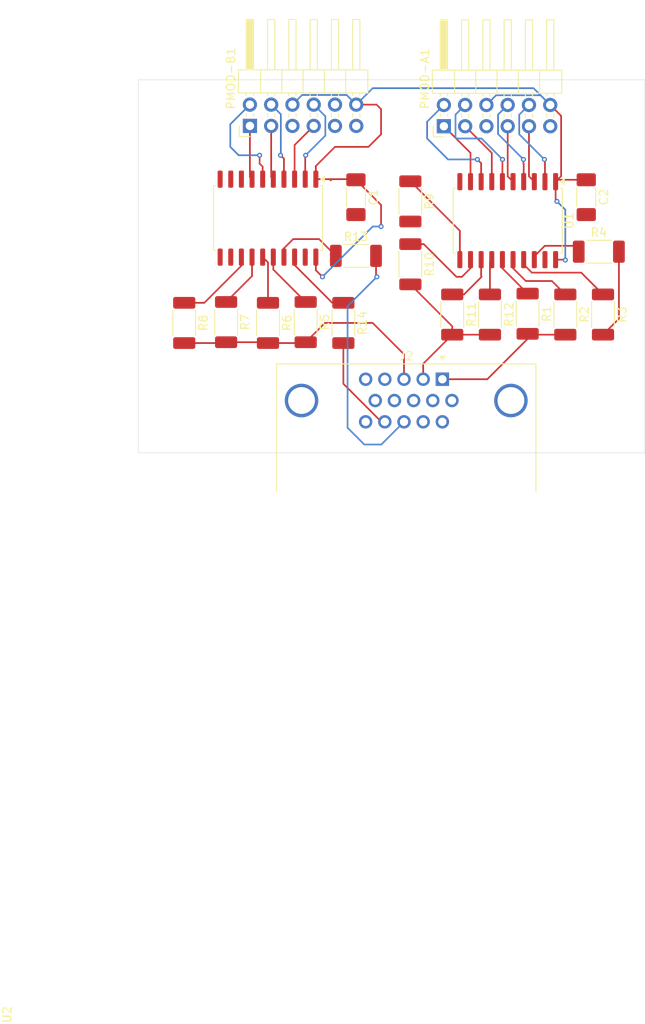
<source format=kicad_pcb>
(kicad_pcb (version 20241229) (generator "pcbnew") (generator_version "9.0")
  (layers (0 "F.Cu" signal) (2 "B.Cu" signal) (13 "F.Paste" user) (15 "B.Paste" user) (5 "F.SilkS" user "F.Silkscreen") (7 "B.SilkS" user "B.Silkscreen") (1 "F.Mask" user) (3 "B.Mask" user) (25 "Edge.Cuts" user))
  (net 0 "")
  (net 1 "VCC33")
  (net 2 "GND")
  (net 3 "AnalogR")
  (net 4 "Net-(J2-Pad13)")
  (net 8 "Net-(J2-Pad14)")
  (net 9 "AnalogB")
  (net 11 "AnalogG")
  (net 13 "R2")
  (net 14 "G1")
  (net 15 "G3")
  (net 16 "R3")
  (net 17 "R1")
  (net 18 "G2")
  (net 19 "R0")
  (net 20 "G0")
  (net 21 "B2")
  (net 22 "B1")
  (net 23 "B3")
  (net 24 "HSync")
  (net 25 "B0")
  (net 28 "VSync")
  (net 29 "Rb3")
  (net 30 "Rb2")
  (net 31 "Rb1")
  (net 32 "Rb0")
  (net 33 "Bb3")
  (net 34 "Bb2")
  (net 35 "Bb1")
  (net 36 "Bb0")
  (net 37 "Gb3")
  (net 38 "Gb2")
  (net 39 "Gb1")
  (net 40 "Gb0")
  (net 41 "HSyncb")
  (net 42 "VSyncb")
  (footprint "Package_SO:SOIC-20W_7.5x12.8mm_P1.27mm" (layer "F.Cu") (at 113 68.5 -90)
    (property "Reference" "U2" (at 95 31.15 90) (layer "F.SilkS"))
    (property "Value" "SN74LVC245APW")
    (fp_line (start -3.86 6.51) (end -3.86 6.275) (stroke (width 0.12)) (layer "F.SilkS"))
    (fp_line (start 3.86 6.51) (end -3.86 6.51) (stroke (width 0.12)) (layer "F.SilkS"))
    (fp_line (start 3.86 6.275) (end 3.86 6.51) (stroke (width 0.12)) (layer "F.SilkS"))
    (fp_line (start -3.86 -6.275) (end -3.86 -6.51) (stroke (width 0.12)) (layer "F.SilkS"))
    (fp_line (start -3.86 -6.51) (end 3.86 -6.51) (stroke (width 0.12)) (layer "F.SilkS"))
    (fp_line (start 3.86 -6.51) (end 3.86 -6.275) (stroke (width 0.12)) (layer "F.SilkS"))
    (fp_poly (pts (xy -4.65 -6.28) (xy -4.99 -6.75) (xy -4.31 -6.75)) (stroke (width 0.12)) (fill yes) (layer "F.SilkS"))
    (pad "1" smd roundrect (at -4.65 -5.715 270) (size 2.05 0.6) (layers "F.Cu" "F.Mask" "F.Paste") (net 1 "VCC33"))
    (pad "2" smd roundrect (at -4.65 -4.445 270) (size 2.05 0.6) (layers "F.Cu" "F.Mask" "F.Paste") (net 28 "VSync"))
    (pad "3" smd roundrect (at -4.65 -3.175 270) (size 2.05 0.6) (layers "F.Cu" "F.Mask" "F.Paste") (net 24 "HSync"))
    (pad "4" smd roundrect (at -4.65 -1.905 270) (size 2.05 0.6) (layers "F.Cu" "F.Mask" "F.Paste") (net 23 "B3"))
    (pad "5" smd roundrect (at -4.65 -0.635 270) (size 2.05 0.6) (layers "F.Cu" "F.Mask" "F.Paste") (net 21 "B2"))
    (pad "6" smd roundrect (at -4.65 0.635 270) (size 2.05 0.6) (layers "F.Cu" "F.Mask" "F.Paste") (net 22 "B1"))
    (pad "7" smd roundrect (at -4.65 1.905 270) (size 2.05 0.6) (layers "F.Cu" "F.Mask" "F.Paste") (net 25 "B0"))
    (pad "8" smd roundrect (at -4.65 3.175 270) (size 2.05 0.6) (layers "F.Cu" "F.Mask" "F.Paste") (net 2 "GND"))
    (pad "9" smd roundrect (at -4.65 4.445 270) (size 2.05 0.6) (layers "F.Cu" "F.Mask" "F.Paste") (net 2 "GND"))
    (pad "10" smd roundrect (at -4.65 5.715 270) (size 2.05 0.6) (layers "F.Cu" "F.Mask" "F.Paste") (net 2 "GND"))
    (pad "11" smd roundrect (at 4.65 5.715 270) (size 2.05 0.6) (layers "F.Cu" "F.Mask" "F.Paste"))
    (pad "12" smd roundrect (at 4.65 4.445 270) (size 2.05 0.6) (layers "F.Cu" "F.Mask" "F.Paste"))
    (pad "13" smd roundrect (at 4.65 3.175 270) (size 2.05 0.6) (layers "F.Cu" "F.Mask" "F.Paste") (net 36 "Bb0"))
    (pad "14" smd roundrect (at 4.65 1.905 270) (size 2.05 0.6) (layers "F.Cu" "F.Mask" "F.Paste") (net 35 "Bb1"))
    (pad "15" smd roundrect (at 4.65 0.635 270) (size 2.05 0.6) (layers "F.Cu" "F.Mask" "F.Paste") (net 34 "Bb2"))
    (pad "16" smd roundrect (at 4.65 -0.635 270) (size 2.05 0.6) (layers "F.Cu" "F.Mask" "F.Paste") (net 33 "Bb3"))
    (pad "17" smd roundrect (at 4.65 -1.905 270) (size 2.05 0.6) (layers "F.Cu" "F.Mask" "F.Paste") (net 41 "HSyncb"))
    (pad "18" smd roundrect (at 4.65 -3.175 270) (size 2.05 0.6) (layers "F.Cu" "F.Mask" "F.Paste") (net 42 "VSyncb"))
    (pad "19" smd roundrect (at 4.65 -4.445 270) (size 2.05 0.6) (layers "F.Cu" "F.Mask" "F.Paste") (net 2 "GND"))
    (pad "20" smd roundrect (at 4.65 -5.715 270) (size 2.05 0.6) (layers "F.Cu" "F.Mask" "F.Paste") (net 1 "VCC33"))
  )
  (footprint "Resistor_SMD:R_2010_5025Metric_Pad1.40x2.65mm_HandSolder" (layer "F.Cu") (at 144 79.9 -90)
    (property "Reference" "R1" (at 0 -2.28 270) (layer "F.SilkS"))
    (property "Value" "499")
    (fp_line (start -1.527064 1.36) (end 1.527064 1.36) (stroke (width 0.12)) (layer "F.SilkS"))
    (fp_line (start -1.527064 -1.36) (end 1.527064 -1.36) (stroke (width 0.12)) (layer "F.SilkS"))
    (pad "1" smd roundrect (at -2.4 0 270) (size 1.4 2.65) (layers "F.Cu" "F.Mask" "F.Paste") (roundrect_rratio 0.178571) (net 29 "Rb3"))
    (pad "2" smd roundrect (at 2.4 0 270) (size 1.4 2.65) (layers "F.Cu" "F.Mask" "F.Paste") (roundrect_rratio 0.178571) (net 3 "AnalogR"))
  )
  (footprint "Resistor_SMD:R_2010_5025Metric_Pad1.40x2.65mm_HandSolder" (layer "F.Cu") (at 135 80 -90)
    (property "Reference" "R11" (at 0 -2.28 90) (layer "F.SilkS"))
    (property "Value" "2k")
    (fp_line (start -1.527064 1.36) (end 1.527064 1.36) (stroke (width 0.12)) (layer "F.SilkS"))
    (fp_line (start -1.527064 -1.36) (end 1.527064 -1.36) (stroke (width 0.12)) (layer "F.SilkS"))
    (pad "1" smd roundrect (at -2.4 0 270) (size 1.4 2.65) (layers "F.Cu" "F.Mask" "F.Paste") (roundrect_rratio 0.178571) (net 39 "Gb1"))
    (pad "2" smd roundrect (at 2.4 0 270) (size 1.4 2.65) (layers "F.Cu" "F.Mask" "F.Paste") (roundrect_rratio 0.178571) (net 11 "AnalogG"))
  )
  (footprint "Resistor_SMD:R_2010_5025Metric_Pad1.40x2.65mm_HandSolder" (layer "F.Cu") (at 152.5 72.5)
    (property "Reference" "R4" (at 0 -2.28 0) (layer "F.SilkS"))
    (property "Value" "4.02k")
    (fp_line (start -1.527064 -1.36) (end 1.527064 -1.36) (stroke (width 0.12)) (layer "F.SilkS"))
    (fp_line (start -1.527064 1.36) (end 1.527064 1.36) (stroke (width 0.12)) (layer "F.SilkS"))
    (pad "1" smd roundrect (at -2.4 0) (size 1.4 2.65) (layers "F.Cu" "F.Mask" "F.Paste") (roundrect_rratio 0.178571) (net 32 "Rb0"))
    (pad "2" smd roundrect (at 2.4 0) (size 1.4 2.65) (layers "F.Cu" "F.Mask" "F.Paste") (roundrect_rratio 0.178571) (net 3 "AnalogR"))
  )
  (footprint "Connector_PinHeader_2.54mm:PinHeader_2x06_P2.54mm_Horizontal" (layer "F.Cu") (at 110.84 57.5 90)
    (property "Reference" "PMOD-B1" (at 5.655 -2.27 90) (layer "F.SilkS"))
    (property "Value" "Conn_02x06_Top_Bottom")
    (fp_line (start 6.69 -1.38) (end 3.93 -1.38) (stroke (width 0.12)) (layer "F.SilkS"))
    (fp_line (start 3.93 -1.38) (end 3.93 14.08) (stroke (width 0.12)) (layer "F.SilkS"))
    (fp_line (start -1.27 -1.27) (end 0 -1.27) (stroke (width 0.12)) (layer "F.SilkS"))
    (fp_line (start 3.617358 -0.43) (end 3.93 -0.43) (stroke (width 0.12)) (layer "F.SilkS"))
    (fp_line (start 1.16 -0.43) (end 1.462642 -0.43) (stroke (width 0.12)) (layer "F.SilkS"))
    (fp_line (start -1.27 0) (end -1.27 -1.27) (stroke (width 0.12)) (layer "F.SilkS"))
    (fp_line (start 3.617358 0.43) (end 3.93 0.43) (stroke (width 0.12)) (layer "F.SilkS"))
    (fp_line (start 1.16 0.43) (end 1.462642 0.43) (stroke (width 0.12)) (layer "F.SilkS"))
    (fp_line (start 3.93 1.27) (end 6.69 1.27) (stroke (width 0.12)) (layer "F.SilkS"))
    (fp_line (start 12.69 2.11) (end 12.69 2.97) (stroke (width 0.12)) (layer "F.SilkS"))
    (fp_line (start 6.69 2.11) (end 12.69 2.11) (stroke (width 0.12)) (layer "F.SilkS"))
    (fp_line (start 3.617358 2.11) (end 3.93 2.11) (stroke (width 0.12)) (layer "F.SilkS"))
    (fp_line (start 1.077358 2.11) (end 1.462642 2.11) (stroke (width 0.12)) (layer "F.SilkS"))
    (fp_line (start 12.69 2.97) (end 6.69 2.97) (stroke (width 0.12)) (layer "F.SilkS"))
    (fp_line (start 3.617358 2.97) (end 3.93 2.97) (stroke (width 0.12)) (layer "F.SilkS"))
    (fp_line (start 1.077358 2.97) (end 1.462642 2.97) (stroke (width 0.12)) (layer "F.SilkS"))
    (fp_line (start 3.93 3.81) (end 6.69 3.81) (stroke (width 0.12)) (layer "F.SilkS"))
    (fp_line (start 12.69 4.65) (end 12.69 5.51) (stroke (width 0.12)) (layer "F.SilkS"))
    (fp_line (start 6.69 4.65) (end 12.69 4.65) (stroke (width 0.12)) (layer "F.SilkS"))
    (fp_line (start 3.617358 4.65) (end 3.93 4.65) (stroke (width 0.12)) (layer "F.SilkS"))
    (fp_line (start 1.077358 4.65) (end 1.462642 4.65) (stroke (width 0.12)) (layer "F.SilkS"))
    (fp_line (start 12.69 5.51) (end 6.69 5.51) (stroke (width 0.12)) (layer "F.SilkS"))
    (fp_line (start 3.617358 5.51) (end 3.93 5.51) (stroke (width 0.12)) (layer "F.SilkS"))
    (fp_line (start 1.077358 5.51) (end 1.462642 5.51) (stroke (width 0.12)) (layer "F.SilkS"))
    (fp_line (start 3.93 6.35) (end 6.69 6.35) (stroke (width 0.12)) (layer "F.SilkS"))
    (fp_line (start 12.69 7.19) (end 12.69 8.05) (stroke (width 0.12)) (layer "F.SilkS"))
    (fp_line (start 6.69 7.19) (end 12.69 7.19) (stroke (width 0.12)) (layer "F.SilkS"))
    (fp_line (start 3.617358 7.19) (end 3.93 7.19) (stroke (width 0.12)) (layer "F.SilkS"))
    (fp_line (start 1.077358 7.19) (end 1.462642 7.19) (stroke (width 0.12)) (layer "F.SilkS"))
    (fp_line (start 12.69 8.05) (end 6.69 8.05) (stroke (width 0.12)) (layer "F.SilkS"))
    (fp_line (start 3.617358 8.05) (end 3.93 8.05) (stroke (width 0.12)) (layer "F.SilkS"))
    (fp_line (start 1.077358 8.05) (end 1.462642 8.05) (stroke (width 0.12)) (layer "F.SilkS"))
    (fp_line (start 3.93 8.89) (end 6.69 8.89) (stroke (width 0.12)) (layer "F.SilkS"))
    (fp_line (start 12.69 9.73) (end 12.69 10.59) (stroke (width 0.12)) (layer "F.SilkS"))
    (fp_line (start 6.69 9.73) (end 12.69 9.73) (stroke (width 0.12)) (layer "F.SilkS"))
    (fp_line (start 3.617358 9.73) (end 3.93 9.73) (stroke (width 0.12)) (layer "F.SilkS"))
    (fp_line (start 1.077358 9.73) (end 1.462642 9.73) (stroke (width 0.12)) (layer "F.SilkS"))
    (fp_line (start 12.69 10.59) (end 6.69 10.59) (stroke (width 0.12)) (layer "F.SilkS"))
    (fp_line (start 3.617358 10.59) (end 3.93 10.59) (stroke (width 0.12)) (layer "F.SilkS"))
    (fp_line (start 1.077358 10.59) (end 1.462642 10.59) (stroke (width 0.12)) (layer "F.SilkS"))
    (fp_line (start 3.93 11.43) (end 6.69 11.43) (stroke (width 0.12)) (layer "F.SilkS"))
    (fp_line (start 12.69 12.27) (end 12.69 13.13) (stroke (width 0.12)) (layer "F.SilkS"))
    (fp_line (start 6.69 12.27) (end 12.69 12.27) (stroke (width 0.12)) (layer "F.SilkS"))
    (fp_line (start 3.617358 12.27) (end 3.93 12.27) (stroke (width 0.12)) (layer "F.SilkS"))
    (fp_line (start 1.077358 12.27) (end 1.462642 12.27) (stroke (width 0.12)) (layer "F.SilkS"))
    (fp_line (start 12.69 13.13) (end 6.69 13.13) (stroke (width 0.12)) (layer "F.SilkS"))
    (fp_line (start 3.617358 13.13) (end 3.93 13.13) (stroke (width 0.12)) (layer "F.SilkS"))
    (fp_line (start 1.077358 13.13) (end 1.462642 13.13) (stroke (width 0.12)) (layer "F.SilkS"))
    (fp_line (start 6.69 14.08) (end 6.69 -1.38) (stroke (width 0.12)) (layer "F.SilkS"))
    (fp_line (start 3.93 14.08) (end 6.69 14.08) (stroke (width 0.12)) (layer "F.SilkS"))
    (fp_rect (start 6.69 -0.43) (end 12.69 0.43) (stroke (width 0.12)) (fill yes) (layer "F.SilkS"))
    (pad "1" thru_hole rect (at 0 0 90) (size 1.7 1.7) (drill 1) (layers "*.Cu" "*.Mask") (net 25 "B0"))
    (pad "2" thru_hole circle (at 2.54 0 90) (size 1.7 1.7) (drill 1) (layers "*.Cu" "*.Mask") (net 22 "B1"))
    (pad "3" thru_hole circle (at 0 2.54 90) (size 1.7 1.7) (drill 1) (layers "*.Cu" "*.Mask") (net 21 "B2"))
    (pad "4" thru_hole circle (at 2.54 2.54 90) (size 1.7 1.7) (drill 1) (layers "*.Cu" "*.Mask") (net 23 "B3"))
    (pad "5" thru_hole circle (at 0 5.08 90) (size 1.7 1.7) (drill 1) (layers "*.Cu" "*.Mask") (net 2 "GND"))
    (pad "6" thru_hole circle (at 2.54 5.08 90) (size 1.7 1.7) (drill 1) (layers "*.Cu" "*.Mask") (net 1 "VCC33"))
    (pad "7" thru_hole circle (at 0 7.62 90) (size 1.7 1.7) (drill 1) (layers "*.Cu" "*.Mask") (net 24 "HSync"))
    (pad "8" thru_hole circle (at 2.54 7.62 90) (size 1.7 1.7) (drill 1) (layers "*.Cu" "*.Mask") (net 28 "VSync"))
    (pad "9" thru_hole circle (at 0 10.16 90) (size 1.7 1.7) (drill 1) (layers "*.Cu" "*.Mask"))
    (pad "10" thru_hole circle (at 2.54 10.16 90) (size 1.7 1.7) (drill 1) (layers "*.Cu" "*.Mask"))
    (pad "11" thru_hole circle (at 0 12.7 90) (size 1.7 1.7) (drill 1) (layers "*.Cu" "*.Mask") (net 2 "GND"))
    (pad "12" thru_hole circle (at 2.54 12.7 90) (size 1.7 1.7) (drill 1) (layers "*.Cu" "*.Mask") (net 1 "VCC33"))
  )
  (footprint "Resistor_SMD:R_2010_5025Metric_Pad1.40x2.65mm_HandSolder" (layer "F.Cu") (at 130 74 -90)
    (property "Reference" "R10" (at 0 -2.28 90) (layer "F.SilkS"))
    (property "Value" "1k")
    (fp_line (start -1.527064 1.36) (end 1.527064 1.36) (stroke (width 0.12)) (layer "F.SilkS"))
    (fp_line (start -1.527064 -1.36) (end 1.527064 -1.36) (stroke (width 0.12)) (layer "F.SilkS"))
    (pad "1" smd roundrect (at -2.4 0 270) (size 1.4 2.65) (layers "F.Cu" "F.Mask" "F.Paste") (roundrect_rratio 0.178571) (net 38 "Gb2"))
    (pad "2" smd roundrect (at 2.4 0 270) (size 1.4 2.65) (layers "F.Cu" "F.Mask" "F.Paste") (roundrect_rratio 0.178571) (net 11 "AnalogG"))
  )
  (footprint "Package_SO:SOIC-20W_7.5x12.8mm_P1.27mm" (layer "F.Cu") (at 141.625 68.8 -90)
    (property "Reference" "U1" (at 0 -7.35 90) (layer "F.SilkS"))
    (property "Value" "SN74LVC245APW")
    (fp_line (start -3.86 6.51) (end -3.86 6.275) (stroke (width 0.12)) (layer "F.SilkS"))
    (fp_line (start 3.86 6.51) (end -3.86 6.51) (stroke (width 0.12)) (layer "F.SilkS"))
    (fp_line (start 3.86 6.275) (end 3.86 6.51) (stroke (width 0.12)) (layer "F.SilkS"))
    (fp_line (start -3.86 -6.275) (end -3.86 -6.51) (stroke (width 0.12)) (layer "F.SilkS"))
    (fp_line (start -3.86 -6.51) (end 3.86 -6.51) (stroke (width 0.12)) (layer "F.SilkS"))
    (fp_line (start 3.86 -6.51) (end 3.86 -6.275) (stroke (width 0.12)) (layer "F.SilkS"))
    (fp_poly (pts (xy -4.65 -6.28) (xy -4.99 -6.75) (xy -4.31 -6.75)) (stroke (width 0.12)) (fill yes) (layer "F.SilkS"))
    (pad "1" smd roundrect (at -4.65 -5.715 270) (size 2.05 0.6) (layers "F.Cu" "F.Mask" "F.Paste") (net 1 "VCC33"))
    (pad "2" smd roundrect (at -4.65 -4.445 270) (size 2.05 0.6) (layers "F.Cu" "F.Mask" "F.Paste") (net 15 "G3"))
    (pad "3" smd roundrect (at -4.65 -3.175 270) (size 2.05 0.6) (layers "F.Cu" "F.Mask" "F.Paste") (net 18 "G2"))
    (pad "4" smd roundrect (at -4.65 -1.905 270) (size 2.05 0.6) (layers "F.Cu" "F.Mask" "F.Paste") (net 14 "G1"))
    (pad "5" smd roundrect (at -4.65 -0.635 270) (size 2.05 0.6) (layers "F.Cu" "F.Mask" "F.Paste") (net 20 "G0"))
    (pad "6" smd roundrect (at -4.65 0.635 270) (size 2.05 0.6) (layers "F.Cu" "F.Mask" "F.Paste") (net 16 "R3"))
    (pad "7" smd roundrect (at -4.65 1.905 270) (size 2.05 0.6) (layers "F.Cu" "F.Mask" "F.Paste") (net 13 "R2"))
    (pad "8" smd roundrect (at -4.65 3.175 270) (size 2.05 0.6) (layers "F.Cu" "F.Mask" "F.Paste") (net 17 "R1"))
    (pad "9" smd roundrect (at -4.65 4.445 270) (size 2.05 0.6) (layers "F.Cu" "F.Mask" "F.Paste") (net 19 "R0"))
    (pad "10" smd roundrect (at -4.65 5.715 270) (size 2.05 0.6) (layers "F.Cu" "F.Mask" "F.Paste") (net 2 "GND"))
    (pad "11" smd roundrect (at 4.65 5.715 270) (size 2.05 0.6) (layers "F.Cu" "F.Mask" "F.Paste") (net 37 "Gb3"))
    (pad "12" smd roundrect (at 4.65 4.445 270) (size 2.05 0.6) (layers "F.Cu" "F.Mask" "F.Paste") (net 38 "Gb2"))
    (pad "13" smd roundrect (at 4.65 3.175 270) (size 2.05 0.6) (layers "F.Cu" "F.Mask" "F.Paste") (net 39 "Gb1"))
    (pad "14" smd roundrect (at 4.65 1.905 270) (size 2.05 0.6) (layers "F.Cu" "F.Mask" "F.Paste") (net 40 "Gb0"))
    (pad "15" smd roundrect (at 4.65 0.635 270) (size 2.05 0.6) (layers "F.Cu" "F.Mask" "F.Paste") (net 29 "Rb3"))
    (pad "16" smd roundrect (at 4.65 -0.635 270) (size 2.05 0.6) (layers "F.Cu" "F.Mask" "F.Paste") (net 30 "Rb2"))
    (pad "17" smd roundrect (at 4.65 -1.905 270) (size 2.05 0.6) (layers "F.Cu" "F.Mask" "F.Paste") (net 31 "Rb1"))
    (pad "18" smd roundrect (at 4.65 -3.175 270) (size 2.05 0.6) (layers "F.Cu" "F.Mask" "F.Paste") (net 32 "Rb0"))
    (pad "19" smd roundrect (at 4.65 -4.445 270) (size 2.05 0.6) (layers "F.Cu" "F.Mask" "F.Paste") (net 2 "GND"))
    (pad "20" smd roundrect (at 4.65 -5.715 270) (size 2.05 0.6) (layers "F.Cu" "F.Mask" "F.Paste") (net 1 "VCC33"))
  )
  (footprint "Resistor_SMD:R_2010_5025Metric_Pad1.40x2.65mm_HandSolder" (layer "F.Cu") (at 139.5 80 -90)
    (property "Reference" "R12" (at 0 -2.28 90) (layer "F.SilkS"))
    (property "Value" "4.02k")
    (fp_line (start -1.527064 1.36) (end 1.527064 1.36) (stroke (width 0.12)) (layer "F.SilkS"))
    (fp_line (start -1.527064 -1.36) (end 1.527064 -1.36) (stroke (width 0.12)) (layer "F.SilkS"))
    (pad "1" smd roundrect (at -2.4 0 270) (size 1.4 2.65) (layers "F.Cu" "F.Mask" "F.Paste") (roundrect_rratio 0.178571) (net 40 "Gb0"))
    (pad "2" smd roundrect (at 2.4 0 270) (size 1.4 2.65) (layers "F.Cu" "F.Mask" "F.Paste") (roundrect_rratio 0.178571) (net 11 "AnalogG"))
  )
  (footprint "Resistor_SMD:R_2010_5025Metric_Pad1.40x2.65mm_HandSolder" (layer "F.Cu") (at 117.5 80.9 -90)
    (property "Reference" "R5" (at 0 -2.28 90) (layer "F.SilkS"))
    (property "Value" "499")
    (fp_line (start -1.527064 1.36) (end 1.527064 1.36) (stroke (width 0.12)) (layer "F.SilkS"))
    (fp_line (start -1.527064 -1.36) (end 1.527064 -1.36) (stroke (width 0.12)) (layer "F.SilkS"))
    (pad "1" smd roundrect (at -2.4 0 270) (size 1.4 2.65) (layers "F.Cu" "F.Mask" "F.Paste") (roundrect_rratio 0.178571) (net 33 "Bb3"))
    (pad "2" smd roundrect (at 2.4 0 270) (size 1.4 2.65) (layers "F.Cu" "F.Mask" "F.Paste") (roundrect_rratio 0.178571) (net 9 "AnalogB"))
  )
  (footprint "Resistor_SMD:R_2010_5025Metric_Pad1.40x2.65mm_HandSolder" (layer "F.Cu") (at 113 81 -90)
    (property "Reference" "R6" (at 0 -2.28 90) (layer "F.SilkS"))
    (property "Value" "1k")
    (fp_line (start -1.527064 1.36) (end 1.527064 1.36) (stroke (width 0.12)) (layer "F.SilkS"))
    (fp_line (start -1.527064 -1.36) (end 1.527064 -1.36) (stroke (width 0.12)) (layer "F.SilkS"))
    (pad "1" smd roundrect (at -2.4 0 270) (size 1.4 2.65) (layers "F.Cu" "F.Mask" "F.Paste") (roundrect_rratio 0.178571) (net 34 "Bb2"))
    (pad "2" smd roundrect (at 2.4 0 270) (size 1.4 2.65) (layers "F.Cu" "F.Mask" "F.Paste") (roundrect_rratio 0.178571) (net 9 "AnalogB"))
  )
  (footprint "Capacitor_SMD:C_1808_4520Metric" (layer "F.Cu") (at 151 66 -90)
    (property "Reference" "C2" (at 0 -2.1 90) (layer "F.SilkS"))
    (property "Value" "0.1u")
    (fp_line (start -1.097369 1.135) (end 1.097369 1.135) (stroke (width 0.12)) (layer "F.SilkS"))
    (fp_line (start -1.097369 -1.135) (end 1.097369 -1.135) (stroke (width 0.12)) (layer "F.SilkS"))
    (pad "1" smd roundrect (at -2.075 0 270) (size 1.55 2.3) (layers "F.Cu" "F.Mask" "F.Paste") (roundrect_rratio 0.16129) (net 1 "VCC33"))
    (pad "2" smd roundrect (at 2.075 0 270) (size 1.55 2.3) (layers "F.Cu" "F.Mask" "F.Paste") (roundrect_rratio 0.16129) (net 2 "GND"))
  )
  (footprint "Resistor_SMD:R_2010_5025Metric_Pad1.40x2.65mm_HandSolder" (layer "F.Cu") (at 103 81 -90)
    (property "Reference" "R8" (at 0 -2.28 90) (layer "F.SilkS"))
    (property "Value" "4.02k")
    (fp_line (start -1.527064 1.36) (end 1.527064 1.36) (stroke (width 0.12)) (layer "F.SilkS"))
    (fp_line (start -1.527064 -1.36) (end 1.527064 -1.36) (stroke (width 0.12)) (layer "F.SilkS"))
    (pad "1" smd roundrect (at -2.4 0 270) (size 1.4 2.65) (layers "F.Cu" "F.Mask" "F.Paste") (roundrect_rratio 0.178571) (net 36 "Bb0"))
    (pad "2" smd roundrect (at 2.4 0 270) (size 1.4 2.65) (layers "F.Cu" "F.Mask" "F.Paste") (roundrect_rratio 0.178571) (net 9 "AnalogB"))
  )
  (footprint "Resistor_SMD:R_2010_5025Metric_Pad1.40x2.65mm_HandSolder" (layer "F.Cu") (at 153 80 -90)
    (property "Reference" "R3" (at 0 -2.28 90) (layer "F.SilkS"))
    (property "Value" "2k")
    (fp_line (start -1.527064 1.36) (end 1.527064 1.36) (stroke (width 0.12)) (layer "F.SilkS"))
    (fp_line (start -1.527064 -1.36) (end 1.527064 -1.36) (stroke (width 0.12)) (layer "F.SilkS"))
    (pad "1" smd roundrect (at -2.4 0 270) (size 1.4 2.65) (layers "F.Cu" "F.Mask" "F.Paste") (roundrect_rratio 0.178571) (net 31 "Rb1"))
    (pad "2" smd roundrect (at 2.4 0 270) (size 1.4 2.65) (layers "F.Cu" "F.Mask" "F.Paste") (roundrect_rratio 0.178571) (net 3 "AnalogR"))
  )
  (footprint "Resistor_SMD:R_2010_5025Metric_Pad1.40x2.65mm_HandSolder" (layer "F.Cu") (at 108 80.9 -90)
    (property "Reference" "R7" (at 0 -2.28 90) (layer "F.SilkS"))
    (property "Value" "2k")
    (fp_line (start -1.527064 1.36) (end 1.527064 1.36) (stroke (width 0.12)) (layer "F.SilkS"))
    (fp_line (start -1.527064 -1.36) (end 1.527064 -1.36) (stroke (width 0.12)) (layer "F.SilkS"))
    (pad "1" smd roundrect (at -2.4 0 270) (size 1.4 2.65) (layers "F.Cu" "F.Mask" "F.Paste") (roundrect_rratio 0.178571) (net 35 "Bb1"))
    (pad "2" smd roundrect (at 2.4 0 270) (size 1.4 2.65) (layers "F.Cu" "F.Mask" "F.Paste") (roundrect_rratio 0.178571) (net 9 "AnalogB"))
  )
  (footprint "Resistor_SMD:R_2010_5025Metric_Pad1.40x2.65mm_HandSolder" (layer "F.Cu") (at 122 81 -90)
    (property "Reference" "R14" (at 0 -2.28 90) (layer "F.SilkS"))
    (property "Value" "51")
    (fp_line (start -1.527064 1.36) (end 1.527064 1.36) (stroke (width 0.12)) (layer "F.SilkS"))
    (fp_line (start -1.527064 -1.36) (end 1.527064 -1.36) (stroke (width 0.12)) (layer "F.SilkS"))
    (pad "1" smd roundrect (at -2.4 0 270) (size 1.4 2.65) (layers "F.Cu" "F.Mask" "F.Paste") (roundrect_rratio 0.178571) (net 42 "VSyncb"))
    (pad "2" smd roundrect (at 2.4 0 270) (size 1.4 2.65) (layers "F.Cu" "F.Mask" "F.Paste") (roundrect_rratio 0.178571) (net 8 "Net-(J2-Pad14)"))
  )
  (footprint "Capacitor_SMD:C_1808_4520Metric" (layer "F.Cu") (at 123.5 66 -90)
    (property "Reference" "C1" (at 0 -2.1 90) (layer "F.SilkS"))
    (property "Value" "0.1u")
    (fp_line (start -1.097369 1.135) (end 1.097369 1.135) (stroke (width 0.12)) (layer "F.SilkS"))
    (fp_line (start -1.097369 -1.135) (end 1.097369 -1.135) (stroke (width 0.12)) (layer "F.SilkS"))
    (pad "1" smd roundrect (at -2.075 0 270) (size 1.55 2.3) (layers "F.Cu" "F.Mask" "F.Paste") (roundrect_rratio 0.16129) (net 1 "VCC33"))
    (pad "2" smd roundrect (at 2.075 0 270) (size 1.55 2.3) (layers "F.Cu" "F.Mask" "F.Paste") (roundrect_rratio 0.16129) (net 2 "GND"))
  )
  (footprint "Resistor_SMD:R_2010_5025Metric_Pad1.40x2.65mm_HandSolder" (layer "F.Cu") (at 123.5 73)
    (property "Reference" "R13" (at 0 -2.28 0) (layer "F.SilkS"))
    (property "Value" "51")
    (fp_line (start -1.527064 -1.36) (end 1.527064 -1.36) (stroke (width 0.12)) (layer "F.SilkS"))
    (fp_line (start -1.527064 1.36) (end 1.527064 1.36) (stroke (width 0.12)) (layer "F.SilkS"))
    (pad "1" smd roundrect (at -2.4 0) (size 1.4 2.65) (layers "F.Cu" "F.Mask" "F.Paste") (roundrect_rratio 0.178571) (net 41 "HSyncb"))
    (pad "2" smd roundrect (at 2.4 0) (size 1.4 2.65) (layers "F.Cu" "F.Mask" "F.Paste") (roundrect_rratio 0.178571) (net 4 "Net-(J2-Pad13)"))
  )
  (footprint "Connector_PinHeader_2.54mm:PinHeader_2x06_P2.54mm_Horizontal" (layer "F.Cu") (at 134 57.54 90)
    (property "Reference" "PMOD-A1" (at 5.655 -2.27 90) (layer "F.SilkS"))
    (property "Value" "Conn_02x06_Top_Bottom")
    (fp_line (start 6.69 -1.38) (end 3.93 -1.38) (stroke (width 0.12)) (layer "F.SilkS"))
    (fp_line (start 3.93 -1.38) (end 3.93 14.08) (stroke (width 0.12)) (layer "F.SilkS"))
    (fp_line (start -1.27 -1.27) (end 0 -1.27) (stroke (width 0.12)) (layer "F.SilkS"))
    (fp_line (start 3.617358 -0.43) (end 3.93 -0.43) (stroke (width 0.12)) (layer "F.SilkS"))
    (fp_line (start 1.16 -0.43) (end 1.462642 -0.43) (stroke (width 0.12)) (layer "F.SilkS"))
    (fp_line (start -1.27 0) (end -1.27 -1.27) (stroke (width 0.12)) (layer "F.SilkS"))
    (fp_line (start 3.617358 0.43) (end 3.93 0.43) (stroke (width 0.12)) (layer "F.SilkS"))
    (fp_line (start 1.16 0.43) (end 1.462642 0.43) (stroke (width 0.12)) (layer "F.SilkS"))
    (fp_line (start 3.93 1.27) (end 6.69 1.27) (stroke (width 0.12)) (layer "F.SilkS"))
    (fp_line (start 12.69 2.11) (end 12.69 2.97) (stroke (width 0.12)) (layer "F.SilkS"))
    (fp_line (start 6.69 2.11) (end 12.69 2.11) (stroke (width 0.12)) (layer "F.SilkS"))
    (fp_line (start 3.617358 2.11) (end 3.93 2.11) (stroke (width 0.12)) (layer "F.SilkS"))
    (fp_line (start 1.077358 2.11) (end 1.462642 2.11) (stroke (width 0.12)) (layer "F.SilkS"))
    (fp_line (start 12.69 2.97) (end 6.69 2.97) (stroke (width 0.12)) (layer "F.SilkS"))
    (fp_line (start 3.617358 2.97) (end 3.93 2.97) (stroke (width 0.12)) (layer "F.SilkS"))
    (fp_line (start 1.077358 2.97) (end 1.462642 2.97) (stroke (width 0.12)) (layer "F.SilkS"))
    (fp_line (start 3.93 3.81) (end 6.69 3.81) (stroke (width 0.12)) (layer "F.SilkS"))
    (fp_line (start 12.69 4.65) (end 12.69 5.51) (stroke (width 0.12)) (layer "F.SilkS"))
    (fp_line (start 6.69 4.65) (end 12.69 4.65) (stroke (width 0.12)) (layer "F.SilkS"))
    (fp_line (start 3.617358 4.65) (end 3.93 4.65) (stroke (width 0.12)) (layer "F.SilkS"))
    (fp_line (start 1.077358 4.65) (end 1.462642 4.65) (stroke (width 0.12)) (layer "F.SilkS"))
    (fp_line (start 12.69 5.51) (end 6.69 5.51) (stroke (width 0.12)) (layer "F.SilkS"))
    (fp_line (start 3.617358 5.51) (end 3.93 5.51) (stroke (width 0.12)) (layer "F.SilkS"))
    (fp_line (start 1.077358 5.51) (end 1.462642 5.51) (stroke (width 0.12)) (layer "F.SilkS"))
    (fp_line (start 3.93 6.35) (end 6.69 6.35) (stroke (width 0.12)) (layer "F.SilkS"))
    (fp_line (start 12.69 7.19) (end 12.69 8.05) (stroke (width 0.12)) (layer "F.SilkS"))
    (fp_line (start 6.69 7.19) (end 12.69 7.19) (stroke (width 0.12)) (layer "F.SilkS"))
    (fp_line (start 3.617358 7.19) (end 3.93 7.19) (stroke (width 0.12)) (layer "F.SilkS"))
    (fp_line (start 1.077358 7.19) (end 1.462642 7.19) (stroke (width 0.12)) (layer "F.SilkS"))
    (fp_line (start 12.69 8.05) (end 6.69 8.05) (stroke (width 0.12)) (layer "F.SilkS"))
    (fp_line (start 3.617358 8.05) (end 3.93 8.05) (stroke (width 0.12)) (layer "F.SilkS"))
    (fp_line (start 1.077358 8.05) (end 1.462642 8.05) (stroke (width 0.12)) (layer "F.SilkS"))
    (fp_line (start 3.93 8.89) (end 6.69 8.89) (stroke (width 0.12)) (layer "F.SilkS"))
    (fp_line (start 12.69 9.73) (end 12.69 10.59) (stroke (width 0.12)) (layer "F.SilkS"))
    (fp_line (start 6.69 9.73) (end 12.69 9.73) (stroke (width 0.12)) (layer "F.SilkS"))
    (fp_line (start 3.617358 9.73) (end 3.93 9.73) (stroke (width 0.12)) (layer "F.SilkS"))
    (fp_line (start 1.077358 9.73) (end 1.462642 9.73) (stroke (width 0.12)) (layer "F.SilkS"))
    (fp_line (start 12.69 10.59) (end 6.69 10.59) (stroke (width 0.12)) (layer "F.SilkS"))
    (fp_line (start 3.617358 10.59) (end 3.93 10.59) (stroke (width 0.12)) (layer "F.SilkS"))
    (fp_line (start 1.077358 10.59) (end 1.462642 10.59) (stroke (width 0.12)) (layer "F.SilkS"))
    (fp_line (start 3.93 11.43) (end 6.69 11.43) (stroke (width 0.12)) (layer "F.SilkS"))
    (fp_line (start 12.69 12.27) (end 12.69 13.13) (stroke (width 0.12)) (layer "F.SilkS"))
    (fp_line (start 6.69 12.27) (end 12.69 12.27) (stroke (width 0.12)) (layer "F.SilkS"))
    (fp_line (start 3.617358 12.27) (end 3.93 12.27) (stroke (width 0.12)) (layer "F.SilkS"))
    (fp_line (start 1.077358 12.27) (end 1.462642 12.27) (stroke (width 0.12)) (layer "F.SilkS"))
    (fp_line (start 12.69 13.13) (end 6.69 13.13) (stroke (width 0.12)) (layer "F.SilkS"))
    (fp_line (start 3.617358 13.13) (end 3.93 13.13) (stroke (width 0.12)) (layer "F.SilkS"))
    (fp_line (start 1.077358 13.13) (end 1.462642 13.13) (stroke (width 0.12)) (layer "F.SilkS"))
    (fp_line (start 6.69 14.08) (end 6.69 -1.38) (stroke (width 0.12)) (layer "F.SilkS"))
    (fp_line (start 3.93 14.08) (end 6.69 14.08) (stroke (width 0.12)) (layer "F.SilkS"))
    (fp_rect (start 6.69 -0.43) (end 12.69 0.43) (stroke (width 0.12)) (fill yes) (layer "F.SilkS"))
    (pad "1" thru_hole rect (at 0 0 90) (size 1.7 1.7) (drill 1) (layers "*.Cu" "*.Mask") (net 19 "R0"))
    (pad "2" thru_hole circle (at 2.54 0 90) (size 1.7 1.7) (drill 1) (layers "*.Cu" "*.Mask") (net 17 "R1"))
    (pad "3" thru_hole circle (at 0 2.54 90) (size 1.7 1.7) (drill 1) (layers "*.Cu" "*.Mask") (net 13 "R2"))
    (pad "4" thru_hole circle (at 2.54 2.54 90) (size 1.7 1.7) (drill 1) (layers "*.Cu" "*.Mask") (net 16 "R3"))
    (pad "5" thru_hole circle (at 0 5.08 90) (size 1.7 1.7) (drill 1) (layers "*.Cu" "*.Mask") (net 2 "GND"))
    (pad "6" thru_hole circle (at 2.54 5.08 90) (size 1.7 1.7) (drill 1) (layers "*.Cu" "*.Mask") (net 1 "VCC33"))
    (pad "7" thru_hole circle (at 0 7.62 90) (size 1.7 1.7) (drill 1) (layers "*.Cu" "*.Mask") (net 20 "G0"))
    (pad "8" thru_hole circle (at 2.54 7.62 90) (size 1.7 1.7) (drill 1) (layers "*.Cu" "*.Mask") (net 14 "G1"))
    (pad "9" thru_hole circle (at 0 10.16 90) (size 1.7 1.7) (drill 1) (layers "*.Cu" "*.Mask") (net 18 "G2"))
    (pad "10" thru_hole circle (at 2.54 10.16 90) (size 1.7 1.7) (drill 1) (layers "*.Cu" "*.Mask") (net 15 "G3"))
    (pad "11" thru_hole circle (at 0 12.7 90) (size 1.7 1.7) (drill 1) (layers "*.Cu" "*.Mask") (net 2 "GND"))
    (pad "12" thru_hole circle (at 2.54 12.7 90) (size 1.7 1.7) (drill 1) (layers "*.Cu" "*.Mask") (net 1 "VCC33"))
  )
  (footprint "Resistor_SMD:R_2010_5025Metric_Pad1.40x2.65mm_HandSolder" (layer "F.Cu") (at 148.5 80 -90)
    (property "Reference" "R2" (at 0 -2.28 270) (layer "F.SilkS"))
    (property "Value" "1k")
    (fp_line (start -1.527064 1.36) (end 1.527064 1.36) (stroke (width 0.12)) (layer "F.SilkS"))
    (fp_line (start -1.527064 -1.36) (end 1.527064 -1.36) (stroke (width 0.12)) (layer "F.SilkS"))
    (pad "1" smd roundrect (at -2.4 0 270) (size 1.4 2.65) (layers "F.Cu" "F.Mask" "F.Paste") (roundrect_rratio 0.178571) (net 30 "Rb2"))
    (pad "2" smd roundrect (at 2.4 0 270) (size 1.4 2.65) (layers "F.Cu" "F.Mask" "F.Paste") (roundrect_rratio 0.178571) (net 3 "AnalogR"))
  )
  (footprint "Connector_Dsub:DSUB-15-HD_Socket_Horizontal_P2.29x2.54mm_EdgePinOffset8.35mm_Housed_MountingHolesOffset10.89mm" (layer "F.Cu") (at 133.82 87.714669)
    (property "Reference" "J2" (at -4.315 -2.77 0) (layer "F.SilkS"))
    (property "Value" "VGA")
    (fp_line (start -19.8 -1.83) (end 11.17 -1.83) (stroke (width 0.12)) (layer "F.SilkS"))
    (fp_line (start -19.8 13.37) (end -19.8 -1.83) (stroke (width 0.12)) (layer "F.SilkS"))
    (fp_line (start -0.25 -2.724338) (end 0.25 -2.724338) (stroke (width 0.12)) (layer "F.SilkS"))
    (fp_line (start 0 -2.291325) (end -0.25 -2.724338) (stroke (width 0.12)) (layer "F.SilkS"))
    (fp_line (start 0.25 -2.724338) (end 0 -2.291325) (stroke (width 0.12)) (layer "F.SilkS"))
    (fp_line (start 11.17 -1.83) (end 11.17 13.37) (stroke (width 0.12)) (layer "F.SilkS"))
    (pad "0" thru_hole circle (at -16.815 2.54) (size 4 4) (drill 3.2) (layers "*.Cu" "*.Mask") (net 2 "GND"))
    (pad "0" thru_hole circle (at 8.185 2.54) (size 4 4) (drill 3.2) (layers "*.Cu" "*.Mask") (net 2 "GND"))
    (pad "1" thru_hole rect (at 0 0) (size 1.6 1.6) (drill 1) (layers "*.Cu" "*.Mask") (net 3 "AnalogR"))
    (pad "2" thru_hole circle (at -2.29 0) (size 1.6 1.6) (drill 1) (layers "*.Cu" "*.Mask") (net 11 "AnalogG"))
    (pad "3" thru_hole circle (at -4.58 0) (size 1.6 1.6) (drill 1) (layers "*.Cu" "*.Mask") (net 9 "AnalogB"))
    (pad "4" thru_hole circle (at -6.87 0) (size 1.6 1.6) (drill 1) (layers "*.Cu" "*.Mask"))
    (pad "5" thru_hole circle (at -9.16 0) (size 1.6 1.6) (drill 1) (layers "*.Cu" "*.Mask") (net 2 "GND"))
    (pad "6" thru_hole circle (at 1.145 2.54) (size 1.6 1.6) (drill 1) (layers "*.Cu" "*.Mask") (net 2 "GND"))
    (pad "7" thru_hole circle (at -1.145 2.54) (size 1.6 1.6) (drill 1) (layers "*.Cu" "*.Mask") (net 2 "GND"))
    (pad "8" thru_hole circle (at -3.435 2.54) (size 1.6 1.6) (drill 1) (layers "*.Cu" "*.Mask") (net 2 "GND"))
    (pad "9" thru_hole circle (at -5.725 2.54) (size 1.6 1.6) (drill 1) (layers "*.Cu" "*.Mask"))
    (pad "10" thru_hole circle (at -8.015 2.54) (size 1.6 1.6) (drill 1) (layers "*.Cu" "*.Mask") (net 2 "GND"))
    (pad "11" thru_hole circle (at 0 5.08) (size 1.6 1.6) (drill 1) (layers "*.Cu" "*.Mask"))
    (pad "12" thru_hole circle (at -2.29 5.08) (size 1.6 1.6) (drill 1) (layers "*.Cu" "*.Mask"))
    (pad "13" thru_hole circle (at -4.58 5.08) (size 1.6 1.6) (drill 1) (layers "*.Cu" "*.Mask") (net 4 "Net-(J2-Pad13)"))
    (pad "14" thru_hole circle (at -6.87 5.08) (size 1.6 1.6) (drill 1) (layers "*.Cu" "*.Mask") (net 8 "Net-(J2-Pad14)"))
    (pad "15" thru_hole circle (at -9.16 5.08) (size 1.6 1.6) (drill 1) (layers "*.Cu" "*.Mask"))
  )
  (footprint "Resistor_SMD:R_2010_5025Metric_Pad1.40x2.65mm_HandSolder" (layer "F.Cu") (at 130 66.5 -90)
    (property "Reference" "R9" (at 0 -2.28 90) (layer "F.SilkS"))
    (property "Value" "499")
    (fp_line (start -1.527064 1.36) (end 1.527064 1.36) (stroke (width 0.12)) (layer "F.SilkS"))
    (fp_line (start -1.527064 -1.36) (end 1.527064 -1.36) (stroke (width 0.12)) (layer "F.SilkS"))
    (pad "1" smd roundrect (at -2.4 0 270) (size 1.4 2.65) (layers "F.Cu" "F.Mask" "F.Paste") (roundrect_rratio 0.178571) (net 37 "Gb3"))
    (pad "2" smd roundrect (at 2.4 0 270) (size 1.4 2.65) (layers "F.Cu" "F.Mask" "F.Paste") (roundrect_rratio 0.178571) (net 11 "AnalogG"))
  )
  (gr_rect (start 97.5 52) (end 158 96.5) (stroke (width 0.05)) (fill no) (layer "Edge.Cuts"))
  (segment (start 147.5 66.5) (end 147.34 66.34) (width 0.2) (layer "F.Cu") (net 1))
  (segment (start 120.35 63.85) (end 120.5 64) (width 0.2) (layer "F.Cu") (net 1))
  (segment (start 126.5 66.925) (end 123.5 63.925) (width 0.2) (layer "F.Cu") (net 1))
  (segment (start 147.565 63.925) (end 147.34 64.15) (width 0.2) (layer "F.Cu") (net 1))
  (segment (start 118.715 62.285) (end 121 60) (width 0.2) (layer "F.Cu") (net 1))
  (segment (start 146.7 55) (end 148 56.3) (width 0.2) (layer "F.Cu") (net 1))
  (segment (start 147.34 66.34) (end 147.34 64.15) (width 0.2) (layer "F.Cu") (net 1))
  (segment (start 148 63.49) (end 147.34 64.15) (width 0.2) (layer "F.Cu") (net 1))
  (segment (start 118.715 73.15) (end 118.715 74.715) (width 0.2) (layer "F.Cu") (net 1))
  (segment (start 126.5 58.5) (end 126.5 55.5) (width 0.2) (layer "F.Cu") (net 1))
  (segment (start 147.34 73.45) (end 148.45 73.45) (width 0.2) (layer "F.Cu") (net 1))
  (segment (start 118.715 74.715) (end 119.5 75.5) (width 0.2) (layer "F.Cu") (net 1))
  (segment (start 118.715 63.85) (end 118.715 62.285) (width 0.2) (layer "F.Cu") (net 1))
  (segment (start 151 63.925) (end 147.565 63.925) (width 0.2) (layer "F.Cu") (net 1))
  (segment (start 121 60) (end 125 60) (width 0.2) (layer "F.Cu") (net 1))
  (segment (start 126.5 55.5) (end 125.96 54.96) (width 0.2) (layer "F.Cu") (net 1))
  (segment (start 148 56.3) (end 148 63.49) (width 0.2) (layer "F.Cu") (net 1))
  (segment (start 126.5 69.5) (end 126.5 66.925) (width 0.2) (layer "F.Cu") (net 1))
  (segment (start 123.425 63.85) (end 123.5 63.925) (width 0.2) (layer "F.Cu") (net 1))
  (segment (start 118.715 63.85) (end 123.425 63.85) (width 0.2) (layer "F.Cu") (net 1))
  (segment (start 125.96 54.96) (end 123.54 54.96) (width 0.2) (layer "F.Cu") (net 1))
  (segment (start 148.45 73.45) (end 148.5 73.5) (width 0.2) (layer "F.Cu") (net 1))
  (segment (start 125 60) (end 126.5 58.5) (width 0.2) (layer "F.Cu") (net 1))
  (via (at 147.5 66.5) (size 0.6) (drill 0.3) (layers "F.Cu" "B.Cu") (net 1))
  (via (at 119.5 75.5) (size 0.6) (drill 0.3) (layers "F.Cu" "B.Cu") (net 1))
  (via (at 126.5 69.5) (size 0.6) (drill 0.3) (layers "F.Cu" "B.Cu") (net 1))
  (via (at 148.5 73.5) (size 0.6) (drill 0.3) (layers "F.Cu" "B.Cu") (net 1))
  (segment (start 140.231 53.849) (end 145.549 53.849) (width 0.2) (layer "B.Cu") (net 1))
  (segment (start 148.5 73.5) (end 148.5 67.5) (width 0.2) (layer "B.Cu") (net 1))
  (segment (start 145.549 53.849) (end 146.7 55) (width 0.2) (layer "B.Cu") (net 1))
  (segment (start 125.5 69.5) (end 126.5 69.5) (width 0.2) (layer "B.Cu") (net 1))
  (segment (start 123.54 54.96) (end 125.5 53) (width 0.2) (layer "B.Cu") (net 1))
  (segment (start 146.7 54.53) (end 146.7 55) (width 0.2) (layer "B.Cu") (net 1))
  (segment (start 144.7 53) (end 146.7 55) (width 0.2) (layer "B.Cu") (net 1))
  (segment (start 119.5 75.5) (end 125.5 69.5) (width 0.2) (layer "B.Cu") (net 1))
  (segment (start 139.08 55) (end 140.231 53.849) (width 0.2) (layer "B.Cu") (net 1))
  (segment (start 117.071 53.809) (end 122.389 53.809) (width 0.2) (layer "B.Cu") (net 1))
  (segment (start 148.5 67.5) (end 147.5 66.5) (width 0.2) (layer "B.Cu") (net 1))
  (segment (start 115.92 54.96) (end 117.071 53.809) (width 0.2) (layer "B.Cu") (net 1))
  (segment (start 125.5 53) (end 144.7 53) (width 0.2) (layer "B.Cu") (net 1))
  (segment (start 122.389 53.809) (end 123.54 54.96) (width 0.2) (layer "B.Cu") (net 1))
  (segment (start 139.185331 87.714669) (end 144.5 82.4) (width 0.2) (layer "F.Cu") (net 3))
  (segment (start 154.9 72.5) (end 154.9 80.5) (width 0.2) (layer "F.Cu") (net 3))
  (segment (start 154.9 80.5) (end 153 82.4) (width 0.2) (layer "F.Cu") (net 3))
  (segment (start 149 82.4) (end 144.5 82.4) (width 0.2) (layer "F.Cu") (net 3))
  (segment (start 133.82 87.714669) (end 139.185331 87.714669) (width 0.2) (layer "F.Cu") (net 3))
  (segment (start 125.9 75.4) (end 126 75.5) (width 0.2) (layer "F.Cu") (net 4))
  (segment (start 125.9 73) (end 125.9 75.4) (width 0.2) (layer "F.Cu") (net 4))
  (via (at 126 75.5) (size 0.6) (drill 0.3) (layers "F.Cu" "B.Cu") (net 4))
  (segment (start 122.5 93.5) (end 124.5 95.5) (width 0.2) (layer "B.Cu") (net 4))
  (segment (start 126.534669 95.5) (end 129.24 92.794669) (width 0.2) (layer "B.Cu") (net 4))
  (segment (start 122.5 79) (end 122.5 93.5) (width 0.2) (layer "B.Cu") (net 4))
  (segment (start 126 75.5) (end 122.5 79) (width 0.2) (layer "B.Cu") (net 4))
  (segment (start 124.5 95.5) (end 126.534669 95.5) (width 0.2) (layer "B.Cu") (net 4))
  (segment (start 122 88.255331) (end 126.539338 92.794669) (width 0.2) (layer "F.Cu") (net 8))
  (segment (start 122 83.4) (end 122 88.255331) (width 0.2) (layer "F.Cu") (net 8))
  (segment (start 126.539338 92.794669) (end 126.95 92.794669) (width 0.2) (layer "F.Cu") (net 8))
  (segment (start 113 83.4) (end 117.4 83.4) (width 0.2) (layer "F.Cu") (net 9))
  (segment (start 103 83.4) (end 107.9 83.4) (width 0.2) (layer "F.Cu") (net 9))
  (segment (start 125.5 81) (end 129.24 84.74) (width 0.2) (layer "F.Cu") (net 9))
  (segment (start 117.4 83.4) (end 117.5 83.3) (width 0.2) (layer "F.Cu") (net 9))
  (segment (start 129.24 84.74) (end 129.24 87.714669) (width 0.2) (layer "F.Cu") (net 9))
  (segment (start 108 83.3) (end 112.9 83.3) (width 0.2) (layer "F.Cu") (net 9))
  (segment (start 117.5 83.3) (end 119.8 81) (width 0.2) (layer "F.Cu") (net 9))
  (segment (start 112.9 83.3) (end 113 83.4) (width 0.2) (layer "F.Cu") (net 9))
  (segment (start 119.8 81) (end 125.5 81) (width 0.2) (layer "F.Cu") (net 9))
  (segment (start 107.9 83.4) (end 108 83.3) (width 0.2) (layer "F.Cu") (net 9))
  (segment (start 135 82.4) (end 139.5 82.4) (width 0.2) (layer "F.Cu") (net 11))
  (segment (start 135 81.4) (end 130 76.4) (width 0.2) (layer "F.Cu") (net 11))
  (segment (start 131.53 87.714669) (end 131.53 85.87) (width 0.2) (layer "F.Cu") (net 11))
  (segment (start 135 82.4) (end 135 81.4) (width 0.2) (layer "F.Cu") (net 11))
  (segment (start 131.53 85.87) (end 135 82.4) (width 0.2) (layer "F.Cu") (net 11))
  (segment (start 139.72 60.72) (end 139.72 64.15) (width 0.2) (layer "F.Cu") (net 13))
  (segment (start 136.54 57.54) (end 139.72 60.72) (width 0.2) (layer "F.Cu") (net 13))
  (segment (start 143.5 61.5) (end 143.5 62) (width 0.2) (layer "F.Cu") (net 14))
  (segment (start 143.53 62.03) (end 143.53 64.15) (width 0.2) (layer "F.Cu") (net 14))
  (segment (start 143.5 62) (end 143.53 62.03) (width 0.2) (layer "F.Cu") (net 14))
  (via (at 143.5 61.5) (size 0.6) (drill 0.3) (layers "F.Cu" "B.Cu") (net 14))
  (segment (start 140.469 58.469) (end 143.5 61.5) (width 0.2) (layer "B.Cu") (net 14))
  (segment (start 141.62 55) (end 140.469 56.151) (width 0.2) (layer "B.Cu") (net 14))
  (segment (start 140.469 56.151) (end 140.469 58.469) (width 0.2) (layer "B.Cu") (net 14))
  (segment (start 146 61.5) (end 146.07 61.57) (width 0.2) (layer "F.Cu") (net 15))
  (segment (start 146.07 61.57) (end 146.07 64.15) (width 0.2) (layer "F.Cu") (net 15))
  (via (at 146 61.5) (size 0.6) (drill 0.3) (layers "F.Cu" "B.Cu") (net 15))
  (segment (start 143 56.16) (end 143 56.5) (width 0.2) (layer "B.Cu") (net 15))
  (segment (start 143 58.5) (end 146 61.5) (width 0.2) (layer "B.Cu") (net 15))
  (segment (start 143 56.5) (end 143 58.5) (width 0.2) (layer "B.Cu") (net 15))
  (segment (start 144.16 55) (end 143 56.16) (width 0.2) (layer "B.Cu") (net 15))
  (segment (start 140.99 61.51) (end 140.99 64.15) (width 0.2) (layer "F.Cu") (net 16))
  (segment (start 141 61.5) (end 140.99 61.51) (width 0.2) (layer "F.Cu") (net 16))
  (via (at 141 61.5) (size 0.6) (drill 0.3) (layers "F.Cu" "B.Cu") (net 16))
  (segment (start 135.389 56.151) (end 135.389 58.889) (width 0.2) (layer "B.Cu") (net 16))
  (segment (start 136.54 55) (end 135.389 56.151) (width 0.2) (layer "B.Cu") (net 16))
  (segment (start 135.5 59) (end 138.5 59) (width 0.2) (layer "B.Cu") (net 16))
  (segment (start 135.389 58.889) (end 135.5 59) (width 0.2) (layer "B.Cu") (net 16))
  (segment (start 138.5 59) (end 141 61.5) (width 0.2) (layer "B.Cu") (net 16))
  (segment (start 138 61.5) (end 138.45 61.95) (width 0.2) (layer "F.Cu") (net 17))
  (segment (start 138.45 61.95) (end 138.45 64.15) (width 0.2) (layer "F.Cu") (net 17))
  (via (at 138 61.5) (size 0.6) (drill 0.3) (layers "F.Cu" "B.Cu") (net 17))
  (segment (start 134.5 61.5) (end 132 59) (width 0.2) (layer "B.Cu") (net 17))
  (segment (start 138 61.5) (end 134.5 61.5) (width 0.2) (layer "B.Cu") (net 17))
  (segment (start 132 57) (end 134 55) (width 0.2) (layer "B.Cu") (net 17))
  (segment (start 132 59) (end 132 57) (width 0.2) (layer "B.Cu") (net 17))
  (segment (start 144.16 63.51) (end 144.8 64.15) (width 0.2) (layer "F.Cu") (net 18))
  (segment (start 144.16 57.54) (end 144.16 63.51) (width 0.2) (layer "F.Cu") (net 18))
  (segment (start 134 57.54) (end 137.18 60.72) (width 0.2) (layer "F.Cu") (net 19))
  (segment (start 137.18 60.72) (end 137.18 64.15) (width 0.2) (layer "F.Cu") (net 19))
  (segment (start 141.62 57.54) (end 141.62 63.51) (width 0.2) (layer "F.Cu") (net 20))
  (segment (start 141.62 63.51) (end 142.26 64.15) (width 0.2) (layer "F.Cu") (net 20))
  (segment (start 113.38 63.595) (end 113.635 63.85) (width 0.2) (layer "F.Cu") (net 21))
  (segment (start 113.38 57.5) (end 113.38 63.595) (width 0.2) (layer "F.Cu") (net 21))
  (segment (start 112.365 62.365) (end 112.365 63.85) (width 0.2) (layer "F.Cu") (net 22))
  (segment (start 112 61) (end 112 62) (width 0.2) (layer "F.Cu") (net 22))
  (segment (start 112 62) (end 112.365 62.365) (width 0.2) (layer "F.Cu") (net 22))
  (via (at 112 61) (size 0.6) (drill 0.3) (layers "F.Cu" "B.Cu") (net 22))
  (segment (start 109.5 61) (end 112 61) (width 0.2) (layer "B.Cu") (net 22))
  (segment (start 108.5 57.3) (end 108.5 60) (width 0.2) (layer "B.Cu") (net 22))
  (segment (start 110.84 54.96) (end 108.5 57.3) (width 0.2) (layer "B.Cu") (net 22))
  (segment (start 108.5 60) (end 109.5 61) (width 0.2) (layer "B.Cu") (net 22))
  (segment (start 114.905 61.405) (end 114.905 63.85) (width 0.2) (layer "F.Cu") (net 23))
  (segment (start 114.5 61) (end 114.905 61.405) (width 0.2) (layer "F.Cu") (net 23))
  (via (at 114.5 61) (size 0.6) (drill 0.3) (layers "F.Cu" "B.Cu") (net 23))
  (segment (start 114.531 56.111) (end 114.531 60.969) (width 0.2) (layer "B.Cu") (net 23))
  (segment (start 113.38 54.96) (end 114.531 56.111) (width 0.2) (layer "B.Cu") (net 23))
  (segment (start 114.531 60.969) (end 114.5 61) (width 0.2) (layer "B.Cu") (net 23))
  (segment (start 118.46 57.5) (end 116.175 59.785) (width 0.2) (layer "F.Cu") (net 24))
  (segment (start 116.175 59.785) (end 116.175 63.85) (width 0.2) (layer "F.Cu") (net 24))
  (segment (start 110.84 63.595) (end 111.095 63.85) (width 0.2) (layer "F.Cu") (net 25))
  (segment (start 110.84 57.5) (end 110.84 63.595) (width 0.2) (layer "F.Cu") (net 25))
  (segment (start 117.445 61.055) (end 117.445 63.85) (width 0.2) (layer "F.Cu") (net 28))
  (segment (start 117.5 61) (end 117.445 61.055) (width 0.2) (layer "F.Cu") (net 28))
  (via (at 117.5 61) (size 0.6) (drill 0.3) (layers "F.Cu" "B.Cu") (net 28))
  (segment (start 119.849 58.651) (end 117.5 61) (width 0.2) (layer "B.Cu") (net 28))
  (segment (start 118.46 54.96) (end 119.849 56.349) (width 0.2) (layer "B.Cu") (net 28))
  (segment (start 119.849 56.349) (end 119.849 58.651) (width 0.2) (layer "B.Cu") (net 28))
  (segment (start 144 77.5) (end 140.99 74.49) (width 0.2) (layer "F.Cu") (net 29))
  (segment (start 140.99 74.49) (end 140.99 73.45) (width 0.2) (layer "F.Cu") (net 29))
  (segment (start 146.9 76) (end 143.785001 76) (width 0.2) (layer "F.Cu") (net 30))
  (segment (start 143.785001 76) (end 142.26 74.474999) (width 0.2) (layer "F.Cu") (net 30))
  (segment (start 148.5 77.6) (end 146.9 76) (width 0.2) (layer "F.Cu") (net 30))
  (segment (start 142.26 74.474999) (end 142.26 73.45) (width 0.2) (layer "F.Cu") (net 30))
  (segment (start 143.53 73.45) (end 143.53 74.03) (width 0.2) (layer "F.Cu") (net 31))
  (segment (start 144.5 75) (end 150.4 75) (width 0.2) (layer "F.Cu") (net 31))
  (segment (start 143.53 74.03) (end 144.5 75) (width 0.2) (layer "F.Cu") (net 31))
  (segment (start 150.4 75) (end 153 77.6) (width 0.2) (layer "F.Cu") (net 31))
  (segment (start 149.4 71.8) (end 150.1 72.5) (width 0.2) (layer "F.Cu") (net 32))
  (segment (start 144.8 73.053032) (end 146.053032 71.8) (width 0.2) (layer "F.Cu") (net 32))
  (segment (start 146.053032 71.8) (end 149.4 71.8) (width 0.2) (layer "F.Cu") (net 32))
  (segment (start 144.8 73.45) (end 144.8 73.053032) (width 0.2) (layer "F.Cu") (net 32))
  (segment (start 113.635 74.635) (end 117.5 78.5) (width 0.2) (layer "F.Cu") (net 33))
  (segment (start 113.635 73.15) (end 113.635 74.635) (width 0.2) (layer "F.Cu") (net 33))
  (segment (start 113 78.6) (end 113 73.785) (width 0.2) (layer "F.Cu") (net 34))
  (segment (start 113 73.785) (end 112.365 73.15) (width 0.2) (layer "F.Cu") (net 34))
  (segment (start 111.095 75.405) (end 111.095 73.15) (width 0.2) (layer "F.Cu") (net 35))
  (segment (start 108 78.5) (end 111.095 75.405) (width 0.2) (layer "F.Cu") (net 35))
  (segment (start 103 78.6) (end 105.399999 78.6) (width 0.2) (layer "F.Cu") (net 36))
  (segment (start 109.825 74.174999) (end 109.825 73.15) (width 0.2) (layer "F.Cu") (net 36))
  (segment (start 105.399999 78.6) (end 109.825 74.174999) (width 0.2) (layer "F.Cu") (net 36))
  (segment (start 135.91 70.01) (end 135.91 73.45) (width 0.2) (layer "F.Cu") (net 37))
  (segment (start 130 64.1) (end 135.91 70.01) (width 0.2) (layer "F.Cu") (net 37))
  (segment (start 131.6 71.6) (end 135.5 75.5) (width 0.2) (layer "F.Cu") (net 38))
  (segment (start 136.154999 75.5) (end 137.18 74.474999) (width 0.2) (layer "F.Cu") (net 38))
  (segment (start 137.18 74.474999) (end 137.18 73.45) (width 0.2) (layer "F.Cu") (net 38))
  (segment (start 130 71.6) (end 131.6 71.6) (width 0.2) (layer "F.Cu") (net 38))
  (segment (start 135.5 75.5) (end 136.154999 75.5) (width 0.2) (layer "F.Cu") (net 38))
  (segment (start 136.4 77.6) (end 135 77.6) (width 0.2) (layer "F.Cu") (net 39))
  (segment (start 138.45 75.45) (end 138.5 75.5) (width 0.2) (layer "F.Cu") (net 39))
  (segment (start 138.5 75.5) (end 136.4 77.6) (width 0.2) (layer "F.Cu") (net 39))
  (segment (start 138.45 73.45) (end 138.45 75.45) (width 0.2) (layer "F.Cu") (net 39))
  (segment (start 139.5 77.6) (end 139.5 73.67) (width 0.2) (layer "F.Cu") (net 40))
  (segment (start 139.5 73.67) (end 139.72 73.45) (width 0.2) (layer "F.Cu") (net 40))
  (segment (start 121.1 73) (end 119.1 71) (width 0.2) (layer "F.Cu") (net 41))
  (segment (start 114.905 72.095) (end 114.905 73.15) (width 0.2) (layer "F.Cu") (net 41))
  (segment (start 119.1 71) (end 116 71) (width 0.2) (layer "F.Cu") (net 41))
  (segment (start 116 71) (end 114.905 72.095) (width 0.2) (layer "F.Cu") (net 41))
  (segment (start 120.675001 78.6) (end 116.175 74.099999) (width 0.2) (layer "F.Cu") (net 42))
  (segment (start 122 78.6) (end 120.675001 78.6) (width 0.2) (layer "F.Cu") (net 42))
  (segment (start 116.175 74.099999) (end 116.175 73.15) (width 0.2) (layer "F.Cu") (net 42))
)
</source>
